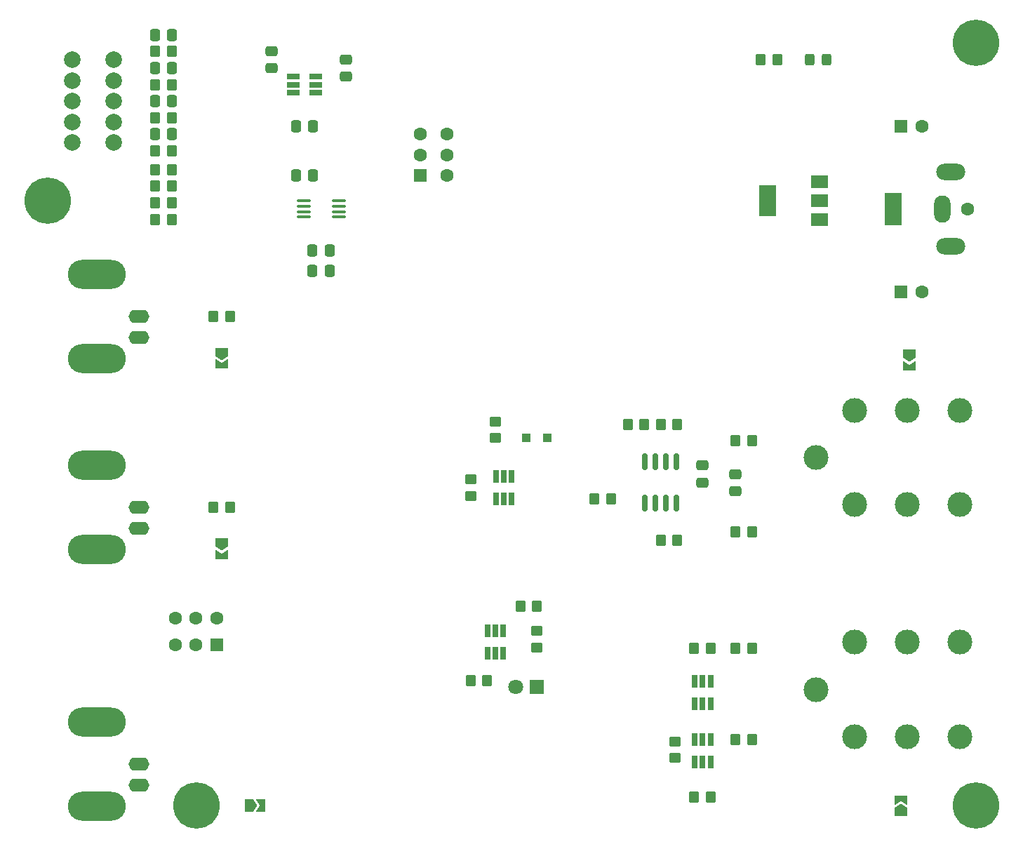
<source format=gbr>
%TF.GenerationSoftware,KiCad,Pcbnew,(6.0.7-1)-1*%
%TF.CreationDate,2022-09-13T14:42:12-07:00*%
%TF.ProjectId,preamp_board,70726561-6d70-45f6-926f-6172642e6b69,rev?*%
%TF.SameCoordinates,Original*%
%TF.FileFunction,Soldermask,Top*%
%TF.FilePolarity,Negative*%
%FSLAX46Y46*%
G04 Gerber Fmt 4.6, Leading zero omitted, Abs format (unit mm)*
G04 Created by KiCad (PCBNEW (6.0.7-1)-1) date 2022-09-13 14:42:12*
%MOMM*%
%LPD*%
G01*
G04 APERTURE LIST*
G04 Aperture macros list*
%AMRoundRect*
0 Rectangle with rounded corners*
0 $1 Rounding radius*
0 $2 $3 $4 $5 $6 $7 $8 $9 X,Y pos of 4 corners*
0 Add a 4 corners polygon primitive as box body*
4,1,4,$2,$3,$4,$5,$6,$7,$8,$9,$2,$3,0*
0 Add four circle primitives for the rounded corners*
1,1,$1+$1,$2,$3*
1,1,$1+$1,$4,$5*
1,1,$1+$1,$6,$7*
1,1,$1+$1,$8,$9*
0 Add four rect primitives between the rounded corners*
20,1,$1+$1,$2,$3,$4,$5,0*
20,1,$1+$1,$4,$5,$6,$7,0*
20,1,$1+$1,$6,$7,$8,$9,0*
20,1,$1+$1,$8,$9,$2,$3,0*%
%AMFreePoly0*
4,1,6,1.000000,0.000000,0.500000,-0.750000,-0.500000,-0.750000,-0.500000,0.750000,0.500000,0.750000,1.000000,0.000000,1.000000,0.000000,$1*%
%AMFreePoly1*
4,1,6,0.500000,-0.750000,-0.650000,-0.750000,-0.150000,0.000000,-0.650000,0.750000,0.500000,0.750000,0.500000,-0.750000,0.500000,-0.750000,$1*%
G04 Aperture macros list end*
%ADD10C,3.000000*%
%ADD11RoundRect,0.250000X-0.350000X-0.450000X0.350000X-0.450000X0.350000X0.450000X-0.350000X0.450000X0*%
%ADD12C,5.600000*%
%ADD13C,1.600000*%
%ADD14R,2.000000X4.000000*%
%ADD15O,2.000000X3.300000*%
%ADD16O,3.500000X2.000000*%
%ADD17R,0.650000X1.560000*%
%ADD18R,1.600000X1.600000*%
%ADD19RoundRect,0.250000X0.350000X0.450000X-0.350000X0.450000X-0.350000X-0.450000X0.350000X-0.450000X0*%
%ADD20RoundRect,0.250000X0.475000X-0.337500X0.475000X0.337500X-0.475000X0.337500X-0.475000X-0.337500X0*%
%ADD21FreePoly0,270.000000*%
%ADD22FreePoly1,270.000000*%
%ADD23O,2.500000X1.600000*%
%ADD24O,7.000000X3.500000*%
%ADD25RoundRect,0.250000X-0.337500X-0.475000X0.337500X-0.475000X0.337500X0.475000X-0.337500X0.475000X0*%
%ADD26RoundRect,0.250000X-0.475000X0.337500X-0.475000X-0.337500X0.475000X-0.337500X0.475000X0.337500X0*%
%ADD27RoundRect,0.150000X0.150000X-0.825000X0.150000X0.825000X-0.150000X0.825000X-0.150000X-0.825000X0*%
%ADD28R,1.000000X1.000000*%
%ADD29RoundRect,0.250000X0.325000X0.450000X-0.325000X0.450000X-0.325000X-0.450000X0.325000X-0.450000X0*%
%ADD30RoundRect,0.250000X-0.450000X0.350000X-0.450000X-0.350000X0.450000X-0.350000X0.450000X0.350000X0*%
%ADD31R,2.000000X1.500000*%
%ADD32R,2.000000X3.800000*%
%ADD33RoundRect,0.250000X0.450000X-0.350000X0.450000X0.350000X-0.450000X0.350000X-0.450000X-0.350000X0*%
%ADD34FreePoly1,0.000000*%
%ADD35FreePoly0,0.000000*%
%ADD36FreePoly0,90.000000*%
%ADD37FreePoly1,90.000000*%
%ADD38R,1.560000X0.650000*%
%ADD39R,1.800000X1.800000*%
%ADD40C,1.800000*%
%ADD41RoundRect,0.100000X-0.712500X-0.100000X0.712500X-0.100000X0.712500X0.100000X-0.712500X0.100000X0*%
%ADD42C,2.000000*%
G04 APERTURE END LIST*
D10*
%TO.C,J5*%
X96720000Y-82000000D03*
X107700000Y-87700000D03*
X107700000Y-76300000D03*
X101350000Y-76300000D03*
X101350000Y-87700000D03*
X114050000Y-87700000D03*
X114050000Y-76300000D03*
%TD*%
D11*
%TO.C,R26*%
X61050000Y-71950000D03*
X63050000Y-71950000D03*
%TD*%
D12*
%TO.C,H3*%
X22000000Y-96000000D03*
%TD*%
D13*
%TO.C,J4*%
X115000000Y-24000000D03*
D14*
X106000000Y-24000000D03*
D15*
X112000000Y-24000000D03*
D16*
X113000000Y-28500000D03*
X113000000Y-19500000D03*
%TD*%
D11*
%TO.C,R21*%
X17000000Y-19265000D03*
X19000000Y-19265000D03*
%TD*%
%TO.C,R10*%
X82000000Y-77000000D03*
X84000000Y-77000000D03*
%TD*%
%TO.C,R14*%
X70000000Y-59000000D03*
X72000000Y-59000000D03*
%TD*%
D17*
%TO.C,U3*%
X82100000Y-90700000D03*
X83050000Y-90700000D03*
X84000000Y-90700000D03*
X84000000Y-88000000D03*
X83050000Y-88000000D03*
X82100000Y-88000000D03*
%TD*%
D18*
%TO.C,SW2*%
X49000000Y-20000000D03*
D13*
X49000000Y-17500000D03*
X49000000Y-15000000D03*
X52200000Y-20000000D03*
X52200000Y-17500000D03*
X52200000Y-15000000D03*
%TD*%
D18*
%TO.C,C1*%
X107000000Y-14000000D03*
D13*
X109500000Y-14000000D03*
%TD*%
D19*
%TO.C,R25*%
X57050000Y-80950000D03*
X55050000Y-80950000D03*
%TD*%
D20*
%TO.C,C4*%
X87000000Y-58075000D03*
X87000000Y-56000000D03*
%TD*%
D21*
%TO.C,JP4*%
X25000000Y-64275000D03*
D22*
X25000000Y-65725000D03*
%TD*%
D11*
%TO.C,R18*%
X17000000Y-5000000D03*
X19000000Y-5000000D03*
%TD*%
D23*
%TO.C,J2*%
X15000000Y-37000000D03*
X15000000Y-39540000D03*
D24*
X9920000Y-42080000D03*
X9920000Y-31920000D03*
%TD*%
D11*
%TO.C,R3*%
X90050000Y-6000000D03*
X92050000Y-6000000D03*
%TD*%
D25*
%TO.C,C8*%
X33962500Y-20000000D03*
X36037500Y-20000000D03*
%TD*%
D10*
%TO.C,J6*%
X96720000Y-54000000D03*
X107700000Y-59700000D03*
X107700000Y-48300000D03*
X101350000Y-59700000D03*
X101350000Y-48300000D03*
X114050000Y-48300000D03*
X114050000Y-59700000D03*
%TD*%
D18*
%TO.C,SW1*%
X24407500Y-76600000D03*
D13*
X21907500Y-76600000D03*
X19407500Y-76600000D03*
X24407500Y-73400000D03*
X21907500Y-73400000D03*
X19407500Y-73400000D03*
%TD*%
D25*
%TO.C,C10*%
X16962500Y-11000000D03*
X19037500Y-11000000D03*
%TD*%
D26*
%TO.C,C11*%
X40000000Y-5962500D03*
X40000000Y-8037500D03*
%TD*%
D25*
%TO.C,C7*%
X16962500Y-3000000D03*
X19037500Y-3000000D03*
%TD*%
D11*
%TO.C,R16*%
X78000000Y-64000000D03*
X80000000Y-64000000D03*
%TD*%
D27*
%TO.C,U5*%
X76095000Y-59475000D03*
X77365000Y-59475000D03*
X78635000Y-59475000D03*
X79905000Y-59475000D03*
X79905000Y-54525000D03*
X78635000Y-54525000D03*
X77365000Y-54525000D03*
X76095000Y-54525000D03*
%TD*%
D28*
%TO.C,D2*%
X61800000Y-51650000D03*
X64300000Y-51650000D03*
%TD*%
D29*
%TO.C,D1*%
X98000000Y-6000000D03*
X95950000Y-6000000D03*
%TD*%
D12*
%TO.C,H4*%
X116000000Y-4000000D03*
%TD*%
D17*
%TO.C,U2*%
X82100000Y-83700000D03*
X83050000Y-83700000D03*
X84000000Y-83700000D03*
X84000000Y-81000000D03*
X83050000Y-81000000D03*
X82100000Y-81000000D03*
%TD*%
D30*
%TO.C,R11*%
X58050000Y-49650000D03*
X58050000Y-51650000D03*
%TD*%
D25*
%TO.C,C5*%
X35962500Y-29000000D03*
X38037500Y-29000000D03*
%TD*%
D23*
%TO.C,J3*%
X15000000Y-60000000D03*
D24*
X9920000Y-65080000D03*
D23*
X15000000Y-62540000D03*
D24*
X9920000Y-54920000D03*
%TD*%
D30*
%TO.C,R27*%
X63050000Y-74950000D03*
X63050000Y-76950000D03*
%TD*%
D31*
%TO.C,U1*%
X97150000Y-25300000D03*
X97150000Y-23000000D03*
D32*
X90850000Y-23000000D03*
D31*
X97150000Y-20700000D03*
%TD*%
D21*
%TO.C,JP6*%
X108000000Y-41500000D03*
D22*
X108000000Y-42950000D03*
%TD*%
D11*
%TO.C,R13*%
X74000000Y-50000000D03*
X76000000Y-50000000D03*
%TD*%
D33*
%TO.C,R12*%
X55050000Y-58650000D03*
X55050000Y-56650000D03*
%TD*%
D20*
%TO.C,C13*%
X31000000Y-7037500D03*
X31000000Y-4962500D03*
%TD*%
D12*
%TO.C,H1*%
X116000000Y-96000000D03*
%TD*%
D11*
%TO.C,R4*%
X87000000Y-63000000D03*
X89000000Y-63000000D03*
%TD*%
%TO.C,R22*%
X17000000Y-21265000D03*
X19000000Y-21265000D03*
%TD*%
D21*
%TO.C,JP2*%
X25000000Y-41275000D03*
D22*
X25000000Y-42725000D03*
%TD*%
D17*
%TO.C,U4*%
X60000000Y-56300000D03*
X59050000Y-56300000D03*
X58100000Y-56300000D03*
X58100000Y-59000000D03*
X59050000Y-59000000D03*
X60000000Y-59000000D03*
%TD*%
D34*
%TO.C,JP3*%
X29725000Y-96000000D03*
D35*
X28275000Y-96000000D03*
%TD*%
D17*
%TO.C,U9*%
X57100000Y-77650000D03*
X58050000Y-77650000D03*
X59000000Y-77650000D03*
X59000000Y-74950000D03*
X58050000Y-74950000D03*
X57100000Y-74950000D03*
%TD*%
D11*
%TO.C,R20*%
X17000000Y-13000000D03*
X19000000Y-13000000D03*
%TD*%
D25*
%TO.C,C9*%
X16962500Y-15000000D03*
X19037500Y-15000000D03*
%TD*%
D19*
%TO.C,R7*%
X89000000Y-88000000D03*
X87000000Y-88000000D03*
%TD*%
D18*
%TO.C,C2*%
X107000000Y-34000000D03*
D13*
X109500000Y-34000000D03*
%TD*%
D11*
%TO.C,R17*%
X17000000Y-9000000D03*
X19000000Y-9000000D03*
%TD*%
%TO.C,R2*%
X24000000Y-60000000D03*
X26000000Y-60000000D03*
%TD*%
%TO.C,R15*%
X78000000Y-50000000D03*
X80000000Y-50000000D03*
%TD*%
D25*
%TO.C,C6*%
X16962500Y-7000000D03*
X19037500Y-7000000D03*
%TD*%
D30*
%TO.C,R9*%
X79750000Y-88250000D03*
X79750000Y-90250000D03*
%TD*%
D36*
%TO.C,JP5*%
X107000000Y-96725000D03*
D37*
X107000000Y-95275000D03*
%TD*%
D12*
%TO.C,H2*%
X4000000Y-23000000D03*
%TD*%
D25*
%TO.C,C12*%
X33962500Y-14000000D03*
X36037500Y-14000000D03*
%TD*%
D38*
%TO.C,U6*%
X36350000Y-9950000D03*
X36350000Y-9000000D03*
X36350000Y-8050000D03*
X33650000Y-8050000D03*
X33650000Y-9000000D03*
X33650000Y-9950000D03*
%TD*%
D39*
%TO.C,D3*%
X63050000Y-81650000D03*
D40*
X60510000Y-81650000D03*
%TD*%
D25*
%TO.C,C14*%
X35962500Y-31500000D03*
X38037500Y-31500000D03*
%TD*%
D11*
%TO.C,R19*%
X17000000Y-17000000D03*
X19000000Y-17000000D03*
%TD*%
D26*
%TO.C,C3*%
X83000000Y-54962500D03*
X83000000Y-57037500D03*
%TD*%
D23*
%TO.C,J1*%
X15000000Y-91000000D03*
D24*
X9920000Y-96080000D03*
D23*
X15000000Y-93540000D03*
D24*
X9920000Y-85920000D03*
%TD*%
D41*
%TO.C,U8*%
X34887500Y-23025000D03*
X34887500Y-23675000D03*
X34887500Y-24325000D03*
X34887500Y-24975000D03*
X39112500Y-24975000D03*
X39112500Y-24325000D03*
X39112500Y-23675000D03*
X39112500Y-23025000D03*
%TD*%
D19*
%TO.C,R6*%
X89000000Y-77000000D03*
X87000000Y-77000000D03*
%TD*%
D11*
%TO.C,R23*%
X17000000Y-23265000D03*
X19000000Y-23265000D03*
%TD*%
D42*
%TO.C,U7*%
X7000000Y-16000000D03*
X7000000Y-13500000D03*
X7000000Y-11000000D03*
X7000000Y-8500000D03*
X7000000Y-6000000D03*
X12000000Y-6000000D03*
X12000000Y-8500000D03*
X12000000Y-11000000D03*
X12000000Y-13500000D03*
X12000000Y-16000000D03*
%TD*%
D11*
%TO.C,R24*%
X17000000Y-25265000D03*
X19000000Y-25265000D03*
%TD*%
D19*
%TO.C,R8*%
X84000000Y-95000000D03*
X82000000Y-95000000D03*
%TD*%
D11*
%TO.C,R1*%
X24000000Y-37000000D03*
X26000000Y-37000000D03*
%TD*%
%TO.C,R5*%
X87000000Y-52000000D03*
X89000000Y-52000000D03*
%TD*%
M02*

</source>
